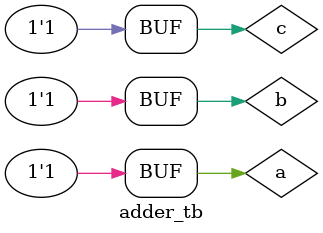
<source format=v>
module adder_tb();
reg a,b,c;
wire s,cout;
fuladder f1(s,cout,a,b,c);
initial
begin
a=1; b=1; c=1;
end

initial
begin
$monitor($time,"%b %b %b %b %b ",a,b,c,s,cout);
end
endmodule
</source>
